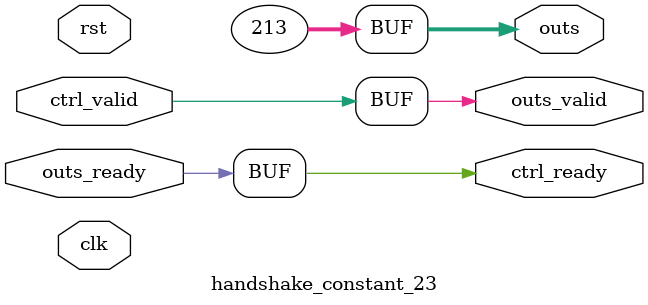
<source format=v>
`timescale 1ns / 1ps
module handshake_constant_23 #(
  parameter DATA_WIDTH = 32  // Default set to 32 bits
) (
  input                       clk,
  input                       rst,
  // Input Channel
  input                       ctrl_valid,
  output                      ctrl_ready,
  // Output Channel
  output [DATA_WIDTH - 1 : 0] outs,
  output                      outs_valid,
  input                       outs_ready
);
  assign outs       = 8'b11010101;
  assign outs_valid = ctrl_valid;
  assign ctrl_ready = outs_ready;

endmodule

</source>
